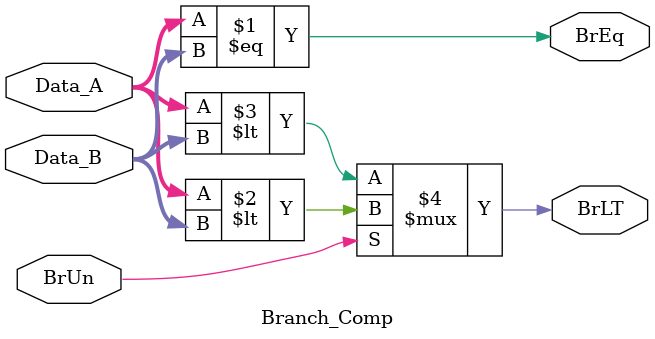
<source format=v>
module Branch_Comp(
    input [31:0] Data_A,
    input [31:0] Data_B,
    input BrUn,
    output BrEq,
    output BrLT
);

	assign BrEq = Data_A == Data_B;
	assign BrLT = BrUn ? $unsigned(Data_A) < $unsigned(Data_B) : $signed(Data_A) < $signed(Data_B);
endmodule
</source>
